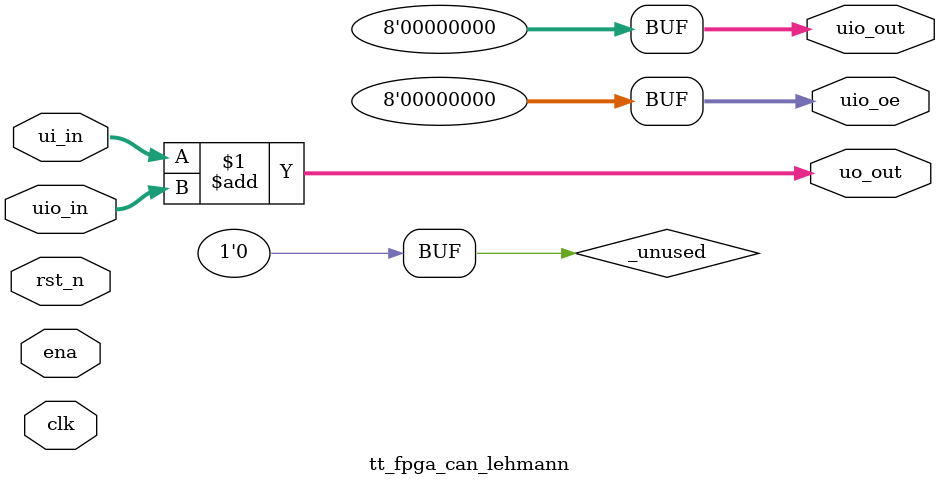
<source format=v>
/*
 * Copyright (c) 2024 Your Name
 * SPDX-License-Identifier: Apache-2.0
 */

`default_nettype none

module tt_fpga_can_lehmann (
    input  wire [7:0] ui_in,    // Dedicated inputs
    output wire [7:0] uo_out,   // Dedicated outputs
    input  wire [7:0] uio_in,   // IOs: Input path
    output wire [7:0] uio_out,  // IOs: Output path
    output wire [7:0] uio_oe,   // IOs: Enable path (active high: 0=input, 1=output)
    input  wire       ena,      // always 1 when the design is powered, so you can ignore it
    input  wire       clk,      // clock
    input  wire       rst_n     // reset_n - low to reset
);

  // All output pins must be assigned. If not used, assign to 0.
  assign uo_out  = ui_in + uio_in;  // Example: ou_out is the sum of ui_in and uio_in
  assign uio_out = 0;
  assign uio_oe  = 0;

  // List all unused inputs to prevent warnings
  wire _unused = &{ena, clk, rst_n, 1'b0};

endmodule

</source>
